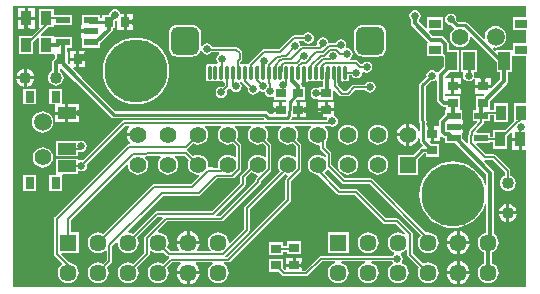
<source format=gtl>
%FSLAX25Y25*%
%MOIN*%
G70*
G01*
G75*
G04 Layer_Physical_Order=1*
G04 Layer_Color=255*
%ADD10R,0.03347X0.03150*%
%ADD11R,0.03150X0.03347*%
%ADD12R,0.03937X0.03150*%
%ADD13R,0.03937X0.05906*%
%ADD14R,0.03150X0.03937*%
%ADD15R,0.05906X0.03937*%
%ADD16R,0.04528X0.02362*%
G04:AMPARAMS|DCode=17|XSize=11.81mil|YSize=47.24mil|CornerRadius=2.95mil|HoleSize=0mil|Usage=FLASHONLY|Rotation=180.000|XOffset=0mil|YOffset=0mil|HoleType=Round|Shape=RoundedRectangle|*
%AMROUNDEDRECTD17*
21,1,0.01181,0.04134,0,0,180.0*
21,1,0.00591,0.04724,0,0,180.0*
1,1,0.00591,-0.00295,0.02067*
1,1,0.00591,0.00295,0.02067*
1,1,0.00591,0.00295,-0.02067*
1,1,0.00591,-0.00295,-0.02067*
%
%ADD17ROUNDEDRECTD17*%
G04:AMPARAMS|DCode=18|XSize=94.49mil|YSize=94.49mil|CornerRadius=23.62mil|HoleSize=0mil|Usage=FLASHONLY|Rotation=180.000|XOffset=0mil|YOffset=0mil|HoleType=Round|Shape=RoundedRectangle|*
%AMROUNDEDRECTD18*
21,1,0.09449,0.04724,0,0,180.0*
21,1,0.04724,0.09449,0,0,180.0*
1,1,0.04724,-0.02362,0.02362*
1,1,0.04724,0.02362,0.02362*
1,1,0.04724,0.02362,-0.02362*
1,1,0.04724,-0.02362,-0.02362*
%
%ADD18ROUNDEDRECTD18*%
%ADD19R,0.03543X0.04921*%
%ADD20C,0.00600*%
%ADD21C,0.01000*%
%ADD22C,0.01400*%
%ADD23C,0.05500*%
%ADD24R,0.05500X0.05500*%
%ADD25R,0.05700X0.05700*%
%ADD26C,0.05700*%
%ADD27C,0.05512*%
%ADD28C,0.05906*%
%ADD29C,0.21000*%
%ADD30C,0.04000*%
%ADD31C,0.02500*%
%ADD32C,0.02700*%
G36*
X156774Y20106D02*
X152571D01*
Y15756D01*
X156774D01*
Y11444D01*
X152571D01*
Y9082D01*
X152149D01*
Y9082D01*
X147012D01*
X147012Y9082D01*
Y9082D01*
X146594Y8909D01*
X145856Y9647D01*
X146077Y10095D01*
X146675Y10017D01*
X147602Y10139D01*
X148467Y10497D01*
X149209Y11066D01*
X149778Y11808D01*
X150136Y12673D01*
X150258Y13600D01*
X150136Y14527D01*
X149778Y15392D01*
X149209Y16134D01*
X148467Y16703D01*
X147602Y17061D01*
X146675Y17183D01*
X145747Y17061D01*
X144883Y16703D01*
X144141Y16134D01*
X143571Y15392D01*
X143213Y14527D01*
X143091Y13600D01*
X143170Y13002D01*
X142722Y12781D01*
X137254Y18249D01*
X136890Y18492D01*
X136461Y18577D01*
X136461Y18577D01*
X134078D01*
X133506Y19150D01*
X133555Y19400D01*
X133412Y20122D01*
X133003Y20734D01*
X132391Y21143D01*
X131669Y21286D01*
X130947Y21143D01*
X130335Y20734D01*
X129927Y20122D01*
X129783Y19400D01*
X129927Y18678D01*
X130335Y18066D01*
X130947Y17657D01*
X131669Y17514D01*
X131920Y17564D01*
X132779Y16704D01*
X132746Y16205D01*
X132470Y15993D01*
X131932Y15292D01*
X131594Y14476D01*
X131479Y13600D01*
X131594Y12724D01*
X131932Y11908D01*
X132470Y11207D01*
X133171Y10669D01*
X133988Y10330D01*
X134864Y10215D01*
X135740Y10330D01*
X136556Y10669D01*
X137257Y11207D01*
X137795Y11908D01*
X138133Y12724D01*
X138231Y13466D01*
X138704Y13626D01*
X147012Y5319D01*
Y1976D01*
X148255D01*
Y-522D01*
X145490Y-3287D01*
X145485Y-3285D01*
X139682D01*
Y-5359D01*
X142764D01*
X142908Y-5706D01*
X142630Y-6122D01*
X140082D01*
Y-10471D01*
X140082D01*
Y-10525D01*
X139728Y-10879D01*
X139032D01*
Y-14441D01*
X140399D01*
X140590Y-14903D01*
X138083Y-17410D01*
X137884Y-17708D01*
X137814Y-18059D01*
Y-18620D01*
X137683Y-18751D01*
X137484Y-19049D01*
X137414Y-19400D01*
Y-21717D01*
X136952Y-21908D01*
X135507Y-20463D01*
Y-18581D01*
X135907D01*
Y-16900D01*
X132643D01*
Y-15900D01*
X135907D01*
Y-14219D01*
X135507D01*
Y-10879D01*
X134643D01*
Y-10471D01*
X134643D01*
Y-6122D01*
X130096D01*
Y-6122D01*
X130029D01*
X129676Y-5768D01*
Y-5359D01*
X129676D01*
X129696D01*
X130029Y-5359D01*
X130029Y-5359D01*
Y-5359D01*
X131869D01*
Y-2785D01*
Y-210D01*
X130029D01*
X130029Y-210D01*
Y-210D01*
X129887Y-210D01*
X129696Y252D01*
X131420Y1976D01*
X134432D01*
Y9082D01*
X130993D01*
Y11383D01*
X130892Y11890D01*
X130605Y12320D01*
X129288Y13637D01*
X128858Y13925D01*
X128350Y14026D01*
X125818D01*
X124550Y15294D01*
X124741Y15756D01*
X128968D01*
Y20106D01*
X123831D01*
Y16666D01*
X123369Y16475D01*
X121095Y18749D01*
Y19361D01*
X121103Y19366D01*
X121512Y19978D01*
X121655Y20700D01*
X121512Y21422D01*
X121103Y22034D01*
X120491Y22443D01*
X119769Y22586D01*
X119047Y22443D01*
X118436Y22034D01*
X118027Y21422D01*
X117883Y20700D01*
X118027Y19978D01*
X118436Y19366D01*
X118444Y19361D01*
Y18200D01*
X118545Y17693D01*
X118832Y17263D01*
X124189Y11906D01*
X123997Y11444D01*
X123831D01*
Y7095D01*
X128968D01*
X128968Y7095D01*
Y7095D01*
X128991Y7104D01*
X129295Y6799D01*
Y3601D01*
X127452Y1758D01*
X126955Y1807D01*
X126803Y2034D01*
X126191Y2443D01*
X125469Y2586D01*
X124748Y2443D01*
X124135Y2034D01*
X123727Y1422D01*
X123583Y700D01*
X123633Y450D01*
X121439Y-1744D01*
X121196Y-2108D01*
X121111Y-2537D01*
X121111Y-2537D01*
Y-14259D01*
X121111Y-14259D01*
X121196Y-14689D01*
X121398Y-14990D01*
Y-17645D01*
X120907Y-17742D01*
X120645Y-17109D01*
X120044Y-16326D01*
X119261Y-15724D01*
X118348Y-15347D01*
X117869Y-15283D01*
Y-19000D01*
Y-22716D01*
X118348Y-22654D01*
X119261Y-22276D01*
X120044Y-21675D01*
X120645Y-20891D01*
X120907Y-20258D01*
X121398Y-20355D01*
Y-21023D01*
X121398Y-21023D01*
X121483Y-21452D01*
X121726Y-21816D01*
X122463Y-22554D01*
X122272Y-23016D01*
X122232D01*
X122232Y-23016D01*
X121803Y-23101D01*
X121439Y-23344D01*
X121439Y-23344D01*
X119133Y-25650D01*
X114019D01*
Y-32350D01*
X120719D01*
Y-27236D01*
X122697Y-25259D01*
X123296D01*
Y-26312D01*
X127842D01*
Y-21962D01*
X125070D01*
X124792Y-21546D01*
X124935Y-21200D01*
X125069D01*
Y-18625D01*
Y-16050D01*
X123641D01*
Y-14547D01*
X123556Y-14117D01*
X123354Y-13815D01*
Y-3002D01*
X125219Y-1136D01*
X125469Y-1186D01*
X126191Y-1043D01*
X126584Y-780D01*
X127025Y-1016D01*
Y-7300D01*
X127126Y-7807D01*
X127413Y-8237D01*
X127413Y-8237D01*
X127413Y-8237D01*
X128410Y-9234D01*
X128840Y-9521D01*
X129347Y-9622D01*
X130096D01*
Y-10471D01*
X130096D01*
Y-10562D01*
X129780Y-10879D01*
X129780D01*
Y-12106D01*
X128142Y-13743D01*
X127855Y-14173D01*
X127754Y-14680D01*
Y-16050D01*
X126069D01*
Y-18625D01*
Y-21200D01*
X128243D01*
Y-19810D01*
X128705Y-19619D01*
X128904Y-19818D01*
X129334Y-20106D01*
X129780Y-20194D01*
Y-21921D01*
X133216D01*
X143544Y-32249D01*
Y-35870D01*
X143047Y-35928D01*
X142959Y-35559D01*
X142290Y-33945D01*
X141377Y-32455D01*
X140242Y-31127D01*
X138914Y-29992D01*
X137424Y-29079D01*
X135810Y-28411D01*
X134111Y-28003D01*
X132369Y-27866D01*
X130628Y-28003D01*
X128929Y-28411D01*
X127314Y-29079D01*
X125825Y-29992D01*
X124496Y-31127D01*
X123361Y-32455D01*
X122449Y-33945D01*
X121780Y-35559D01*
X121372Y-37258D01*
X121235Y-39000D01*
X121372Y-40742D01*
X121780Y-42441D01*
X122449Y-44055D01*
X123361Y-45545D01*
X124496Y-46873D01*
X125825Y-48008D01*
X127314Y-48921D01*
X128929Y-49589D01*
X130628Y-49997D01*
X132369Y-50134D01*
X134111Y-49997D01*
X135810Y-49589D01*
X137424Y-48921D01*
X138914Y-48008D01*
X140242Y-46873D01*
X141377Y-45545D01*
X142290Y-44055D01*
X142959Y-42441D01*
X143047Y-42072D01*
X143544Y-42130D01*
Y-51603D01*
X143269Y-51639D01*
X142429Y-51986D01*
X141709Y-52539D01*
X141156Y-53260D01*
X140808Y-54099D01*
X140690Y-55000D01*
X140808Y-55901D01*
X141156Y-56740D01*
X141709Y-57461D01*
X142429Y-58014D01*
X142844Y-58185D01*
Y-61815D01*
X142429Y-61986D01*
X141709Y-62539D01*
X141156Y-63260D01*
X140808Y-64099D01*
X140690Y-65000D01*
X140808Y-65901D01*
X141156Y-66740D01*
X141709Y-67461D01*
X142429Y-68014D01*
X143269Y-68361D01*
X144169Y-68480D01*
X145070Y-68361D01*
X145909Y-68014D01*
X146630Y-67461D01*
X147183Y-66740D01*
X147530Y-65901D01*
X147649Y-65000D01*
X147530Y-64099D01*
X147183Y-63260D01*
X146630Y-62539D01*
X145909Y-61986D01*
X145495Y-61815D01*
Y-58185D01*
X145909Y-58014D01*
X146630Y-57461D01*
X147183Y-56740D01*
X147530Y-55901D01*
X147649Y-55000D01*
X147530Y-54099D01*
X147183Y-53260D01*
X146630Y-52539D01*
X146195Y-52206D01*
Y-31700D01*
X146094Y-31193D01*
X145807Y-30763D01*
X142923Y-27880D01*
X143115Y-27418D01*
X145737D01*
X149764Y-31445D01*
Y-32666D01*
X149371Y-32829D01*
X148828Y-33246D01*
X148411Y-33789D01*
X148149Y-34421D01*
X148059Y-35100D01*
X148149Y-35779D01*
X148411Y-36411D01*
X148828Y-36954D01*
X149371Y-37371D01*
X150003Y-37633D01*
X150682Y-37722D01*
X151361Y-37633D01*
X151993Y-37371D01*
X152536Y-36954D01*
X152953Y-36411D01*
X153215Y-35779D01*
X153304Y-35100D01*
X153215Y-34421D01*
X152953Y-33789D01*
X152536Y-33246D01*
X151993Y-32829D01*
X151600Y-32666D01*
Y-31265D01*
X151580Y-31165D01*
X151600Y-31065D01*
X151530Y-30714D01*
X151331Y-30416D01*
X146766Y-25851D01*
X146468Y-25652D01*
X146117Y-25582D01*
X143352D01*
X140153Y-22383D01*
X140344Y-21921D01*
X144759D01*
Y-21518D01*
X145751D01*
Y-23661D01*
X150495D01*
Y-19471D01*
X151582Y-18383D01*
X152044Y-18575D01*
Y-20100D01*
X154816D01*
Y-20600D01*
X155316D01*
Y-24061D01*
X156774D01*
Y-69774D01*
X-14274D01*
Y23774D01*
X156774D01*
Y20106D01*
D02*
G37*
G36*
Y-8599D02*
X152644D01*
Y-14720D01*
X152644Y-14720D01*
X152644D01*
X152646Y-14724D01*
X149831Y-17539D01*
X145751D01*
Y-19682D01*
X144759D01*
Y-18359D01*
X140383D01*
X140191Y-17897D01*
X142544Y-15544D01*
X142743Y-15246D01*
X142813Y-14895D01*
X142813Y-14895D01*
X142813Y-14895D01*
Y-14895D01*
Y-14441D01*
X144759D01*
Y-12577D01*
X145951D01*
Y-14720D01*
X150695D01*
Y-8599D01*
X145951D01*
Y-10742D01*
X144628D01*
Y-10471D01*
X144628D01*
Y-7898D01*
X150518Y-2008D01*
X150805Y-1578D01*
X150906Y-1071D01*
X150906Y-1071D01*
X150906Y-1071D01*
Y-1071D01*
Y1976D01*
X152149D01*
Y7095D01*
X152571D01*
Y7095D01*
X156774D01*
Y-8599D01*
D02*
G37*
%LPC*%
G36*
X97369Y-25621D02*
X96495Y-25736D01*
X95680Y-26074D01*
X94980Y-26611D01*
X94443Y-27310D01*
X94105Y-28126D01*
X93990Y-29000D01*
X94105Y-29875D01*
X94443Y-30689D01*
X94980Y-31389D01*
X95680Y-31926D01*
X96495Y-32264D01*
X97369Y-32379D01*
X98244Y-32264D01*
X99059Y-31926D01*
X99758Y-31389D01*
X100295Y-30689D01*
X100633Y-29875D01*
X100748Y-29000D01*
X100633Y-28126D01*
X100295Y-27310D01*
X99758Y-26611D01*
X99059Y-26074D01*
X98244Y-25736D01*
X97369Y-25621D01*
D02*
G37*
G36*
X107369D02*
X106495Y-25736D01*
X105680Y-26074D01*
X104980Y-26611D01*
X104443Y-27310D01*
X104105Y-28126D01*
X103990Y-29000D01*
X104105Y-29875D01*
X104443Y-30689D01*
X104980Y-31389D01*
X105680Y-31926D01*
X106495Y-32264D01*
X107369Y-32379D01*
X108244Y-32264D01*
X109059Y-31926D01*
X109758Y-31389D01*
X110295Y-30689D01*
X110633Y-29875D01*
X110748Y-29000D01*
X110633Y-28126D01*
X110295Y-27310D01*
X109758Y-26611D01*
X109059Y-26074D01*
X108244Y-25736D01*
X107369Y-25621D01*
D02*
G37*
G36*
X-4331Y-23221D02*
X-5207Y-23336D01*
X-6023Y-23674D01*
X-6724Y-24212D01*
X-7262Y-24913D01*
X-7600Y-25729D01*
X-7716Y-26605D01*
X-7600Y-27482D01*
X-7262Y-28298D01*
X-6724Y-28999D01*
X-6023Y-29537D01*
X-5207Y-29875D01*
X-4331Y-29990D01*
X-3455Y-29875D01*
X-2638Y-29537D01*
X-1937Y-28999D01*
X-1399Y-28298D01*
X-1061Y-27482D01*
X-946Y-26605D01*
X-1061Y-25729D01*
X-1399Y-24913D01*
X-1937Y-24212D01*
X-2638Y-23674D01*
X-3455Y-23336D01*
X-4331Y-23221D01*
D02*
G37*
G36*
X-6487Y-32502D02*
X-10836D01*
Y-37639D01*
X-6487D01*
Y-32502D01*
D02*
G37*
G36*
X153642Y-45600D02*
X151182D01*
Y-48060D01*
X151465Y-48023D01*
X152195Y-47721D01*
X152822Y-47240D01*
X153302Y-46613D01*
X153605Y-45883D01*
X153642Y-45600D01*
D02*
G37*
G36*
X150182Y-42140D02*
X149899Y-42177D01*
X149169Y-42480D01*
X148542Y-42960D01*
X148061Y-43587D01*
X147759Y-44317D01*
X147722Y-44600D01*
X150182D01*
Y-42140D01*
D02*
G37*
G36*
X151182D02*
Y-44600D01*
X153642D01*
X153605Y-44317D01*
X153302Y-43587D01*
X152822Y-42960D01*
X152195Y-42480D01*
X151465Y-42177D01*
X151182Y-42140D01*
D02*
G37*
G36*
X107369Y-15621D02*
X106495Y-15736D01*
X105680Y-16074D01*
X104980Y-16611D01*
X104443Y-17311D01*
X104105Y-18125D01*
X103990Y-19000D01*
X104105Y-19874D01*
X104443Y-20689D01*
X104980Y-21389D01*
X105680Y-21926D01*
X106495Y-22264D01*
X107369Y-22379D01*
X108244Y-22264D01*
X109059Y-21926D01*
X109758Y-21389D01*
X110295Y-20689D01*
X110633Y-19874D01*
X110748Y-19000D01*
X110633Y-18125D01*
X110295Y-17311D01*
X109758Y-16611D01*
X109059Y-16074D01*
X108244Y-15736D01*
X107369Y-15621D01*
D02*
G37*
G36*
X8469Y-21014D02*
X7747Y-21157D01*
X7567Y-21278D01*
X7293Y-21132D01*
Y-21132D01*
X7293Y-21132D01*
X187D01*
Y-26269D01*
X7293D01*
Y-24869D01*
X7734Y-24634D01*
X7747Y-24643D01*
X8469Y-24786D01*
X9191Y-24643D01*
X9803Y-24234D01*
X10212Y-23622D01*
X10356Y-22900D01*
X10212Y-22178D01*
X9803Y-21566D01*
X9191Y-21157D01*
X8469Y-21014D01*
D02*
G37*
G36*
X116869Y-15283D02*
X116390Y-15347D01*
X115478Y-15724D01*
X114695Y-16326D01*
X114094Y-17109D01*
X113716Y-18021D01*
X113653Y-18500D01*
X116869D01*
Y-15283D01*
D02*
G37*
G36*
X97369Y-15621D02*
X96495Y-15736D01*
X95680Y-16074D01*
X94980Y-16611D01*
X94443Y-17311D01*
X94105Y-18125D01*
X93990Y-19000D01*
X94105Y-19874D01*
X94443Y-20689D01*
X94980Y-21389D01*
X95680Y-21926D01*
X96495Y-22264D01*
X97369Y-22379D01*
X98244Y-22264D01*
X99059Y-21926D01*
X99758Y-21389D01*
X100295Y-20689D01*
X100633Y-19874D01*
X100748Y-19000D01*
X100633Y-18125D01*
X100295Y-17311D01*
X99758Y-16611D01*
X99059Y-16074D01*
X98244Y-15736D01*
X97369Y-15621D01*
D02*
G37*
G36*
X154316Y-21100D02*
X152044D01*
Y-24061D01*
X154316D01*
Y-21100D01*
D02*
G37*
G36*
X-4331Y-11211D02*
X-5258Y-11333D01*
X-6122Y-11691D01*
X-6865Y-12261D01*
X-7434Y-13003D01*
X-7792Y-13867D01*
X-7914Y-14795D01*
X-7792Y-15722D01*
X-7434Y-16586D01*
X-6865Y-17328D01*
X-6122Y-17898D01*
X-5258Y-18256D01*
X-4331Y-18378D01*
X-3403Y-18256D01*
X-2539Y-17898D01*
X-1797Y-17328D01*
X-1227Y-16586D01*
X-869Y-15722D01*
X-747Y-14795D01*
X-869Y-13867D01*
X-1227Y-13003D01*
X-1797Y-12261D01*
X-2539Y-11691D01*
X-3403Y-11333D01*
X-4331Y-11211D01*
D02*
G37*
G36*
X116869Y-19500D02*
X113653D01*
X113716Y-19979D01*
X114094Y-20891D01*
X114695Y-21675D01*
X115478Y-22276D01*
X116390Y-22654D01*
X116869Y-22716D01*
Y-19500D01*
D02*
G37*
G36*
X150182Y-45600D02*
X147722D01*
X147759Y-45883D01*
X148061Y-46613D01*
X148542Y-47240D01*
X149169Y-47721D01*
X149899Y-48023D01*
X150182Y-48060D01*
Y-45600D01*
D02*
G37*
G36*
X133669Y-61183D02*
X133164Y-61249D01*
X132228Y-61637D01*
X131423Y-62254D01*
X130806Y-63058D01*
X130418Y-63995D01*
X130352Y-64500D01*
X133669D01*
Y-61183D01*
D02*
G37*
G36*
X134669D02*
Y-64500D01*
X137987D01*
X137920Y-63995D01*
X137532Y-63058D01*
X136915Y-62254D01*
X136111Y-61637D01*
X135174Y-61249D01*
X134669Y-61183D01*
D02*
G37*
G36*
X78964Y-59978D02*
X76790D01*
Y-62053D01*
X78964D01*
Y-59978D01*
D02*
G37*
G36*
X137987Y-65500D02*
X134669D01*
Y-68817D01*
X135174Y-68751D01*
X136111Y-68363D01*
X136915Y-67746D01*
X137532Y-66942D01*
X137920Y-66005D01*
X137987Y-65500D01*
D02*
G37*
G36*
X43669D02*
X40352D01*
X40418Y-66005D01*
X40806Y-66942D01*
X41423Y-67746D01*
X42228Y-68363D01*
X43164Y-68751D01*
X43669Y-68817D01*
Y-65500D01*
D02*
G37*
G36*
X47987D02*
X44669D01*
Y-68817D01*
X45174Y-68751D01*
X46111Y-68363D01*
X46915Y-67746D01*
X47532Y-66942D01*
X47920Y-66005D01*
X47987Y-65500D01*
D02*
G37*
G36*
X133669D02*
X130352D01*
X130418Y-66005D01*
X130806Y-66942D01*
X131423Y-67746D01*
X132228Y-68363D01*
X133164Y-68751D01*
X133669Y-68817D01*
Y-65500D01*
D02*
G37*
G36*
X82137Y-59978D02*
X79964D01*
Y-62053D01*
X82137D01*
Y-59978D01*
D02*
G37*
G36*
X81737Y-54472D02*
X77191D01*
Y-56126D01*
X75798D01*
Y-54869D01*
X71252D01*
Y-59219D01*
X75798D01*
Y-57962D01*
X77191D01*
Y-58822D01*
X81737D01*
Y-54472D01*
D02*
G37*
G36*
X133669Y-51183D02*
X133164Y-51249D01*
X132228Y-51637D01*
X131423Y-52254D01*
X130806Y-53058D01*
X130418Y-53995D01*
X130352Y-54500D01*
X133669D01*
Y-51183D01*
D02*
G37*
G36*
X134669D02*
Y-54500D01*
X137987D01*
X137920Y-53995D01*
X137532Y-53058D01*
X136915Y-52254D01*
X136111Y-51637D01*
X135174Y-51249D01*
X134669Y-51183D01*
D02*
G37*
G36*
X97619Y-51550D02*
X90719D01*
Y-58450D01*
X97619D01*
Y-51550D01*
D02*
G37*
G36*
X133669Y-55500D02*
X130352D01*
X130418Y-56005D01*
X130806Y-56942D01*
X131423Y-57746D01*
X132228Y-58363D01*
X133164Y-58751D01*
X133669Y-58817D01*
Y-55500D01*
D02*
G37*
G36*
X137987D02*
X134669D01*
Y-58817D01*
X135174Y-58751D01*
X136111Y-58363D01*
X136915Y-57746D01*
X137532Y-56942D01*
X137920Y-56005D01*
X137987Y-55500D01*
D02*
G37*
G36*
X104169Y-51520D02*
X103269Y-51639D01*
X102429Y-51986D01*
X101709Y-52539D01*
X101156Y-53260D01*
X100808Y-54099D01*
X100689Y-55000D01*
X100808Y-55901D01*
X101156Y-56740D01*
X101709Y-57461D01*
X102429Y-58014D01*
X103269Y-58361D01*
X104169Y-58480D01*
X105070Y-58361D01*
X105909Y-58014D01*
X106630Y-57461D01*
X107183Y-56740D01*
X107530Y-55901D01*
X107649Y-55000D01*
X107530Y-54099D01*
X107183Y-53260D01*
X106630Y-52539D01*
X105909Y-51986D01*
X105070Y-51639D01*
X104169Y-51520D01*
D02*
G37*
G36*
X3240Y-12389D02*
X-213D01*
Y-14857D01*
X3240D01*
Y-12389D01*
D02*
G37*
G36*
X-713Y22861D02*
X-5456D01*
Y16739D01*
X-5456Y16739D01*
X-5456D01*
X-5362Y16513D01*
X-8014Y13861D01*
X-12149D01*
Y7739D01*
X-7406D01*
Y11874D01*
X-5918Y13362D01*
X-5456Y13170D01*
Y7739D01*
X-713D01*
D01*
X-713D01*
X-380Y7407D01*
Y6581D01*
X-937Y6024D01*
X-1225Y5594D01*
X-1326Y5087D01*
Y2260D01*
X-1854Y1854D01*
X-2271Y1311D01*
X-2533Y679D01*
X-2622Y0D01*
X-2533Y-679D01*
X-2271Y-1311D01*
X-1854Y-1854D01*
X-1311Y-2271D01*
X-679Y-2533D01*
X0Y-2622D01*
X679Y-2533D01*
X1311Y-2271D01*
X1854Y-1854D01*
X2271Y-1311D01*
X2533Y-679D01*
X2622Y0D01*
X2533Y679D01*
X2271Y1311D01*
X1854Y1854D01*
X1326Y2260D01*
Y3176D01*
X1787Y3367D01*
X6462Y-1307D01*
X6892Y-1595D01*
X7074Y-1631D01*
X18536Y-13093D01*
X18536Y-13093D01*
X18900Y-13336D01*
X19329Y-13422D01*
X19329Y-13421D01*
X69325D01*
X69603Y-13837D01*
X69469Y-14162D01*
X22790D01*
X22438Y-14232D01*
X22141Y-14431D01*
X9060Y-27511D01*
X8569Y-27414D01*
X7847Y-27557D01*
X7734Y-27633D01*
X7293Y-27398D01*
Y-27037D01*
X187D01*
Y-32148D01*
X187Y-32148D01*
X187D01*
X187Y-32174D01*
X-140Y-32502D01*
X-2175D01*
Y-37639D01*
X2175D01*
Y-32528D01*
X2175Y-32528D01*
D01*
D01*
X2175Y-32502D01*
D01*
X2502Y-32174D01*
X7293D01*
Y-31203D01*
X7734Y-30967D01*
X7847Y-31043D01*
X8569Y-31186D01*
X9291Y-31043D01*
X9903Y-30634D01*
X10312Y-30022D01*
X10456Y-29300D01*
X10358Y-28809D01*
X23170Y-15997D01*
X24381D01*
X24602Y-16446D01*
X24094Y-17109D01*
X23716Y-18021D01*
X23653Y-18500D01*
X27369D01*
Y-19500D01*
X23653D01*
X23716Y-19979D01*
X24094Y-20891D01*
X24664Y-21634D01*
X24442Y-22082D01*
X24369D01*
X24076Y-22141D01*
X24018Y-22152D01*
X23720Y-22351D01*
X-230Y-46301D01*
X-428Y-46599D01*
X-498Y-46950D01*
Y-58750D01*
X-428Y-59101D01*
X-230Y-59399D01*
X2121Y-61749D01*
X2088Y-62248D01*
X1709Y-62539D01*
X1156Y-63260D01*
X808Y-64099D01*
X690Y-65000D01*
X808Y-65901D01*
X1156Y-66740D01*
X1709Y-67461D01*
X2429Y-68014D01*
X3269Y-68361D01*
X4169Y-68480D01*
X5070Y-68361D01*
X5909Y-68014D01*
X6630Y-67461D01*
X7183Y-66740D01*
X7530Y-65901D01*
X7649Y-65000D01*
X7530Y-64099D01*
X7183Y-63260D01*
X6630Y-62539D01*
X5909Y-61986D01*
X5070Y-61639D01*
X4535Y-61568D01*
X1879Y-58912D01*
X2070Y-58450D01*
X7619D01*
Y-51550D01*
X5087D01*
Y-47418D01*
X23534Y-28971D01*
X24008Y-29132D01*
X24105Y-29875D01*
X24443Y-30689D01*
X24980Y-31389D01*
X25680Y-31926D01*
X26495Y-32264D01*
X27369Y-32379D01*
X28244Y-32264D01*
X29059Y-31926D01*
X29759Y-31389D01*
X30296Y-30689D01*
X30633Y-29875D01*
X30748Y-29000D01*
X30633Y-28126D01*
X30296Y-27310D01*
X29839Y-26716D01*
X30060Y-26268D01*
X30231D01*
X30582Y-26198D01*
X30684Y-26130D01*
X34829D01*
X34990Y-26603D01*
X34980Y-26611D01*
X34443Y-27310D01*
X34106Y-28126D01*
X33990Y-29000D01*
X34106Y-29875D01*
X34443Y-30689D01*
X34980Y-31389D01*
X35680Y-31926D01*
X36495Y-32264D01*
X37369Y-32379D01*
X38244Y-32264D01*
X39059Y-31926D01*
X39759Y-31389D01*
X40295Y-30689D01*
X40633Y-29875D01*
X40748Y-29000D01*
X40633Y-28126D01*
X40295Y-27310D01*
X39759Y-26611D01*
X39749Y-26603D01*
X39909Y-26130D01*
X43201D01*
X44425Y-27354D01*
X44105Y-28126D01*
X43990Y-29000D01*
X44105Y-29875D01*
X44443Y-30689D01*
X44980Y-31389D01*
X45680Y-31926D01*
X46495Y-32264D01*
X47369Y-32379D01*
X47625Y-32345D01*
X47846Y-32794D01*
X45208Y-35432D01*
X32819D01*
X32526Y-35491D01*
X32468Y-35502D01*
X32170Y-35701D01*
X15892Y-51979D01*
X15070Y-51639D01*
X14169Y-51520D01*
X13269Y-51639D01*
X12429Y-51986D01*
X11709Y-52539D01*
X11156Y-53260D01*
X10808Y-54099D01*
X10689Y-55000D01*
X10808Y-55901D01*
X11156Y-56740D01*
X11709Y-57461D01*
X12429Y-58014D01*
X13269Y-58361D01*
X14169Y-58480D01*
X15070Y-58361D01*
X15909Y-58014D01*
X16553Y-57519D01*
X17002Y-57740D01*
Y-60870D01*
X15892Y-61979D01*
X15070Y-61639D01*
X14169Y-61520D01*
X13269Y-61639D01*
X12429Y-61986D01*
X11709Y-62539D01*
X11156Y-63260D01*
X10808Y-64099D01*
X10689Y-65000D01*
X10808Y-65901D01*
X11156Y-66740D01*
X11709Y-67461D01*
X12429Y-68014D01*
X13269Y-68361D01*
X14169Y-68480D01*
X15070Y-68361D01*
X15909Y-68014D01*
X16630Y-67461D01*
X17183Y-66740D01*
X17530Y-65901D01*
X17649Y-65000D01*
X17530Y-64099D01*
X17190Y-63277D01*
X18568Y-61899D01*
X18767Y-61601D01*
X18837Y-61250D01*
Y-56193D01*
X20248Y-54782D01*
X20689Y-55000D01*
X20808Y-55901D01*
X21156Y-56740D01*
X21709Y-57461D01*
X22429Y-58014D01*
X23269Y-58361D01*
X24169Y-58480D01*
X25070Y-58361D01*
X25909Y-58014D01*
X26630Y-57461D01*
X27183Y-56740D01*
X27531Y-55901D01*
X27649Y-55000D01*
X27531Y-54099D01*
X27190Y-53277D01*
X34149Y-46318D01*
X35597D01*
X35789Y-46780D01*
X29770Y-52798D01*
X29572Y-53096D01*
X29502Y-53447D01*
Y-58370D01*
X25892Y-61979D01*
X25070Y-61639D01*
X24169Y-61520D01*
X23269Y-61639D01*
X22429Y-61986D01*
X21709Y-62539D01*
X21156Y-63260D01*
X20808Y-64099D01*
X20689Y-65000D01*
X20808Y-65901D01*
X21156Y-66740D01*
X21709Y-67461D01*
X22429Y-68014D01*
X23269Y-68361D01*
X24169Y-68480D01*
X25070Y-68361D01*
X25909Y-68014D01*
X26630Y-67461D01*
X27183Y-66740D01*
X27531Y-65901D01*
X27649Y-65000D01*
X27531Y-64099D01*
X27190Y-63277D01*
X31068Y-59399D01*
X31267Y-59101D01*
X31279Y-59043D01*
X31337Y-58750D01*
Y-57740D01*
X31785Y-57519D01*
X32429Y-58014D01*
X33269Y-58361D01*
X34169Y-58480D01*
X35070Y-58361D01*
X35892Y-58021D01*
X37270Y-59399D01*
X37568Y-59598D01*
X37637Y-59611D01*
X37782Y-60090D01*
X35892Y-61979D01*
X35070Y-61639D01*
X34169Y-61520D01*
X33269Y-61639D01*
X32429Y-61986D01*
X31709Y-62539D01*
X31156Y-63260D01*
X30808Y-64099D01*
X30689Y-65000D01*
X30808Y-65901D01*
X31156Y-66740D01*
X31709Y-67461D01*
X32429Y-68014D01*
X33269Y-68361D01*
X34169Y-68480D01*
X35070Y-68361D01*
X35909Y-68014D01*
X36630Y-67461D01*
X37183Y-66740D01*
X37530Y-65901D01*
X37649Y-65000D01*
X37530Y-64099D01*
X37190Y-63277D01*
X38853Y-61615D01*
X41479D01*
X41640Y-62088D01*
X41423Y-62254D01*
X40806Y-63058D01*
X40418Y-63995D01*
X40352Y-64500D01*
X47987D01*
X47920Y-63995D01*
X47532Y-63058D01*
X46915Y-62254D01*
X46699Y-62088D01*
X46859Y-61615D01*
X52136D01*
X52297Y-62088D01*
X51709Y-62539D01*
X51156Y-63260D01*
X50808Y-64099D01*
X50690Y-65000D01*
X50808Y-65901D01*
X51156Y-66740D01*
X51709Y-67461D01*
X52429Y-68014D01*
X53269Y-68361D01*
X54169Y-68480D01*
X55070Y-68361D01*
X55909Y-68014D01*
X56630Y-67461D01*
X57183Y-66740D01*
X57530Y-65901D01*
X57649Y-65000D01*
X57530Y-64099D01*
X57183Y-63260D01*
X56630Y-62539D01*
X56042Y-62088D01*
X56202Y-61615D01*
X57564D01*
X57915Y-61545D01*
X58213Y-61346D01*
X78118Y-41440D01*
X78317Y-41142D01*
X78387Y-40791D01*
X78387Y-40791D01*
X78387Y-40791D01*
Y-40791D01*
Y-34442D01*
X81668Y-31161D01*
X81867Y-30863D01*
X81937Y-30512D01*
X81937Y-30512D01*
X81937Y-30512D01*
Y-30512D01*
Y-22650D01*
X81867Y-22299D01*
X81668Y-22001D01*
X80313Y-20646D01*
X80633Y-19874D01*
X80748Y-19000D01*
X80633Y-18125D01*
X80295Y-17311D01*
X79759Y-16611D01*
X79576Y-16471D01*
X79737Y-15997D01*
X85002D01*
X85162Y-16471D01*
X84980Y-16611D01*
X84443Y-17311D01*
X84105Y-18125D01*
X83990Y-19000D01*
X84105Y-19874D01*
X84443Y-20689D01*
X84980Y-21389D01*
X85680Y-21926D01*
X86495Y-22264D01*
X87369Y-22379D01*
X87776Y-22325D01*
X88152Y-22655D01*
Y-23588D01*
X88152Y-23588D01*
X88152D01*
X88222Y-23939D01*
X88420Y-24237D01*
X90060Y-25876D01*
X89978Y-26370D01*
X89653Y-26530D01*
X89059Y-26074D01*
X88244Y-25736D01*
X87369Y-25621D01*
X86495Y-25736D01*
X85680Y-26074D01*
X84980Y-26611D01*
X84443Y-27310D01*
X84105Y-28126D01*
X83990Y-29000D01*
X84105Y-29875D01*
X84443Y-30689D01*
X84980Y-31389D01*
X85680Y-31926D01*
X86495Y-32264D01*
X87369Y-32379D01*
X87529Y-32358D01*
X93920Y-38749D01*
X94218Y-38948D01*
X94569Y-39018D01*
X99722D01*
X109201Y-48497D01*
X109498Y-48696D01*
X109557Y-48707D01*
X109850Y-48765D01*
X113437D01*
X116425Y-51753D01*
X116095Y-52129D01*
X115909Y-51986D01*
X115070Y-51639D01*
X114169Y-51520D01*
X113269Y-51639D01*
X112429Y-51986D01*
X111709Y-52539D01*
X111156Y-53260D01*
X110808Y-54099D01*
X110689Y-55000D01*
X110808Y-55901D01*
X111156Y-56740D01*
X111709Y-57461D01*
X112429Y-58014D01*
X112842Y-58185D01*
X112891Y-58682D01*
X112466Y-58966D01*
X112188Y-59382D01*
X88500D01*
X88149Y-59452D01*
X87851Y-59651D01*
X83220Y-64282D01*
X82137D01*
Y-63053D01*
X76790D01*
Y-63871D01*
X76329Y-64062D01*
X75798Y-63531D01*
Y-60381D01*
X71252D01*
Y-64731D01*
X74402D01*
X75520Y-65849D01*
X75818Y-66048D01*
X76169Y-66118D01*
X83600D01*
X83951Y-66048D01*
X84249Y-65849D01*
X88880Y-61218D01*
X93004D01*
X93102Y-61708D01*
X92429Y-61986D01*
X91709Y-62539D01*
X91156Y-63260D01*
X90808Y-64099D01*
X90689Y-65000D01*
X90808Y-65901D01*
X91156Y-66740D01*
X91709Y-67461D01*
X92429Y-68014D01*
X93269Y-68361D01*
X94169Y-68480D01*
X95070Y-68361D01*
X95909Y-68014D01*
X96630Y-67461D01*
X97183Y-66740D01*
X97531Y-65901D01*
X97649Y-65000D01*
X97531Y-64099D01*
X97183Y-63260D01*
X96630Y-62539D01*
X95909Y-61986D01*
X95237Y-61708D01*
X95335Y-61218D01*
X103004D01*
X103102Y-61708D01*
X102429Y-61986D01*
X101709Y-62539D01*
X101156Y-63260D01*
X100808Y-64099D01*
X100689Y-65000D01*
X100808Y-65901D01*
X101156Y-66740D01*
X101709Y-67461D01*
X102429Y-68014D01*
X103269Y-68361D01*
X104169Y-68480D01*
X105070Y-68361D01*
X105909Y-68014D01*
X106630Y-67461D01*
X107183Y-66740D01*
X107530Y-65901D01*
X107649Y-65000D01*
X107530Y-64099D01*
X107183Y-63260D01*
X106630Y-62539D01*
X105909Y-61986D01*
X105237Y-61708D01*
X105335Y-61218D01*
X112188D01*
X112466Y-61634D01*
X112432Y-61985D01*
X112429Y-61986D01*
X111709Y-62539D01*
X111156Y-63260D01*
X110808Y-64099D01*
X110689Y-65000D01*
X110808Y-65901D01*
X111156Y-66740D01*
X111709Y-67461D01*
X112429Y-68014D01*
X113269Y-68361D01*
X114169Y-68480D01*
X115070Y-68361D01*
X115909Y-68014D01*
X116630Y-67461D01*
X117183Y-66740D01*
X117531Y-65901D01*
X117649Y-65000D01*
X117531Y-64099D01*
X117183Y-63260D01*
X116630Y-62539D01*
X115909Y-61986D01*
X115481Y-61809D01*
X115336Y-61331D01*
X115543Y-61022D01*
X115686Y-60300D01*
X115543Y-59578D01*
X115134Y-58966D01*
X114984Y-58866D01*
X115045Y-58370D01*
X115070Y-58361D01*
X115070D01*
X115070Y-58361D01*
X115909Y-58014D01*
X116630Y-57461D01*
X116755Y-57298D01*
X117228Y-57459D01*
Y-58976D01*
X117298Y-59328D01*
X117497Y-59625D01*
X121149Y-63277D01*
X120808Y-64099D01*
X120689Y-65000D01*
X120808Y-65901D01*
X121156Y-66740D01*
X121709Y-67461D01*
X122429Y-68014D01*
X123269Y-68361D01*
X124169Y-68480D01*
X125070Y-68361D01*
X125909Y-68014D01*
X126630Y-67461D01*
X127183Y-66740D01*
X127531Y-65901D01*
X127649Y-65000D01*
X127531Y-64099D01*
X127183Y-63260D01*
X126630Y-62539D01*
X125909Y-61986D01*
X125070Y-61639D01*
X124169Y-61520D01*
X123269Y-61639D01*
X122446Y-61979D01*
X119063Y-58596D01*
Y-52176D01*
X118993Y-51825D01*
X118795Y-51528D01*
X114466Y-47199D01*
X114168Y-47000D01*
X113817Y-46930D01*
X110230D01*
X100751Y-37451D01*
X100453Y-37252D01*
X100102Y-37182D01*
X94949D01*
X89686Y-31919D01*
X89719Y-31420D01*
X89758Y-31389D01*
X90295Y-30689D01*
X90767Y-30596D01*
X95320Y-35149D01*
X95320D01*
X95320Y-35149D01*
X95320Y-35149D01*
Y-35149D01*
X95618Y-35348D01*
X95969Y-35418D01*
X104589D01*
X121709Y-52537D01*
X121709Y-52539D01*
X121156Y-53260D01*
X120808Y-54099D01*
X120689Y-55000D01*
X120808Y-55901D01*
X121156Y-56740D01*
X121709Y-57461D01*
X122429Y-58014D01*
X123269Y-58361D01*
X124169Y-58480D01*
X125070Y-58361D01*
X125909Y-58014D01*
X126630Y-57461D01*
X127183Y-56740D01*
X127531Y-55901D01*
X127649Y-55000D01*
X127531Y-54099D01*
X127183Y-53260D01*
X126630Y-52539D01*
X125909Y-51986D01*
X125070Y-51639D01*
X124169Y-51520D01*
X123390Y-51623D01*
X105618Y-33851D01*
X105321Y-33652D01*
X104969Y-33582D01*
X96349D01*
X91937Y-29170D01*
Y-25538D01*
X91867Y-25187D01*
X91668Y-24889D01*
X89987Y-23208D01*
Y-21200D01*
X89970Y-21114D01*
X90295Y-20689D01*
X90633Y-19874D01*
X90748Y-19000D01*
X90633Y-18125D01*
X90295Y-17311D01*
X89758Y-16611D01*
X89576Y-16471D01*
X89737Y-15997D01*
X91330D01*
X91548Y-16143D01*
X92269Y-16286D01*
X92991Y-16143D01*
X93603Y-15734D01*
X94012Y-15122D01*
X94156Y-14400D01*
X94012Y-13678D01*
X93603Y-13066D01*
X92991Y-12657D01*
X92843Y-12628D01*
Y-11200D01*
X87496D01*
Y-13275D01*
X90311D01*
X90527Y-13678D01*
X90430Y-14162D01*
X78650D01*
X78459Y-13700D01*
X78636Y-13523D01*
X78636Y-13523D01*
X78802Y-13275D01*
X80321D01*
Y-10700D01*
Y-8125D01*
X80124D01*
X79980Y-7779D01*
X80258Y-7363D01*
X83095D01*
Y-3013D01*
X82147D01*
Y-2918D01*
X82046Y-2411D01*
X81783Y-2017D01*
X82060Y-1601D01*
X82290Y-1647D01*
Y1700D01*
X83290D01*
Y-1647D01*
X83590Y-1587D01*
X84019Y-1301D01*
X84074Y-1218D01*
X84114Y-1210D01*
Y-1210D01*
X84114Y-1210D01*
X84463Y-1280D01*
X85053D01*
X85403Y-1210D01*
X85699Y-1012D01*
X85786D01*
X86082Y-1210D01*
X86431Y-1280D01*
X87022D01*
X87371Y-1210D01*
X87668Y-1012D01*
X87754D01*
X88051Y-1210D01*
X88400Y-1280D01*
X88990D01*
X89260Y-1501D01*
Y-3013D01*
X87896D01*
Y-3168D01*
X87510Y-3485D01*
X86869Y-3358D01*
X86147Y-3501D01*
X85536Y-3910D01*
X85127Y-4522D01*
X84983Y-5244D01*
X85127Y-5966D01*
X85536Y-6578D01*
X86147Y-6987D01*
X86869Y-7130D01*
X87510Y-7003D01*
X87896Y-7320D01*
Y-7363D01*
X92443D01*
Y-4165D01*
X92905Y-3973D01*
X94930Y-5999D01*
X94930D01*
X94930Y-5999D01*
X94930D01*
X94930Y-5999D01*
Y-5999D01*
X94930Y-5999D01*
Y-5999D01*
X95228Y-6198D01*
X95579Y-6268D01*
X97360D01*
X97711Y-6198D01*
X98009Y-5999D01*
X99890Y-4118D01*
X103157D01*
X103436Y-4534D01*
X104048Y-4943D01*
X104769Y-5086D01*
X105491Y-4943D01*
X106103Y-4534D01*
X106512Y-3922D01*
X106656Y-3200D01*
X106512Y-2478D01*
X106103Y-1866D01*
X105491Y-1457D01*
X104769Y-1314D01*
X104048Y-1457D01*
X103436Y-1866D01*
X103157Y-2282D01*
X99510D01*
X99159Y-2352D01*
X98861Y-2551D01*
X96980Y-4432D01*
X95959D01*
X93969Y-2442D01*
X93994Y-1943D01*
X94101Y-1855D01*
Y1700D01*
X95101D01*
Y-1647D01*
X95401Y-1587D01*
X95830Y-1301D01*
X95885Y-1218D01*
X95925Y-1210D01*
Y-1210D01*
X95925Y-1210D01*
X96274Y-1280D01*
X96865D01*
X97214Y-1210D01*
X97510Y-1012D01*
X97708Y-716D01*
X97777Y-367D01*
Y782D01*
X98658D01*
X98936Y366D01*
X99547Y-43D01*
X100269Y-186D01*
X100991Y-43D01*
X101603Y366D01*
X102012Y978D01*
X102155Y1700D01*
X102796Y1827D01*
X102932Y1736D01*
X103654Y1593D01*
X104375Y1736D01*
X104987Y2145D01*
X105396Y2757D01*
X105540Y3479D01*
X105396Y4201D01*
X104987Y4813D01*
X104375Y5222D01*
X103654Y5365D01*
X102932Y5222D01*
X102320Y4813D01*
X102227Y4675D01*
X101730Y4626D01*
X100744Y5611D01*
X100447Y5810D01*
X100096Y5880D01*
X98187D01*
X98042Y6358D01*
X98503Y6666D01*
X98912Y7278D01*
X99055Y8000D01*
X98912Y8722D01*
X98503Y9334D01*
X97891Y9743D01*
X97169Y9886D01*
X97154Y9883D01*
X96866Y10075D01*
X96720Y10221D01*
X96855Y10900D01*
X96712Y11622D01*
X96303Y12234D01*
X95691Y12643D01*
X94969Y12786D01*
X94248Y12643D01*
X93635Y12234D01*
X93227Y11622D01*
X93196Y11468D01*
X91082D01*
X90855Y11600D01*
X90712Y12322D01*
X90303Y12934D01*
X89691Y13343D01*
X88969Y13486D01*
X88248Y13343D01*
X87635Y12934D01*
X87227Y12322D01*
X87083Y11600D01*
X87189Y11066D01*
X86872Y10680D01*
X82191D01*
X81873Y10617D01*
X81457Y10894D01*
X81412Y11122D01*
X81003Y11734D01*
X80898Y11804D01*
X81043Y12282D01*
X82657D01*
X82936Y11866D01*
X83548Y11457D01*
X84269Y11314D01*
X84991Y11457D01*
X85603Y11866D01*
X86012Y12478D01*
X86155Y13200D01*
X86012Y13922D01*
X85603Y14534D01*
X84991Y14943D01*
X84269Y15086D01*
X83548Y14943D01*
X82936Y14534D01*
X82657Y14118D01*
X79429D01*
X79078Y14048D01*
X78780Y13849D01*
X76870Y11939D01*
X76822Y11866D01*
X76789Y11817D01*
X74451Y9480D01*
X69362D01*
X69011Y9410D01*
X68713Y9211D01*
X64424Y4922D01*
X64268Y4689D01*
X63778Y4591D01*
X63749Y4610D01*
X63400Y4680D01*
X62809D01*
X62460Y4610D01*
X62164Y4412D01*
X62077D01*
X61781Y4610D01*
X61576Y4651D01*
Y5260D01*
X61967Y5651D01*
X62165Y5949D01*
X62177Y6007D01*
X62235Y6300D01*
Y8081D01*
X62165Y8432D01*
X61967Y8730D01*
X60707Y9989D01*
X60409Y10188D01*
X60058Y10258D01*
X52225D01*
X52212Y10322D01*
X51803Y10934D01*
X51191Y11343D01*
X50469Y11486D01*
X49747Y11343D01*
X49136Y10934D01*
X48855Y10515D01*
X48377Y10660D01*
Y14692D01*
X48275Y15465D01*
X47977Y16186D01*
X47502Y16805D01*
X46883Y17280D01*
X46163Y17578D01*
X45389Y17680D01*
X40665D01*
X39891Y17578D01*
X39171Y17280D01*
X38552Y16805D01*
X38077Y16186D01*
X37779Y15465D01*
X37677Y14692D01*
Y9968D01*
X37779Y9194D01*
X38077Y8474D01*
X38552Y7855D01*
X39171Y7380D01*
X39891Y7082D01*
X40665Y6980D01*
X45389D01*
X46163Y7082D01*
X46883Y7380D01*
X47502Y7855D01*
X47977Y8474D01*
X48208Y9032D01*
X48706Y8984D01*
X48727Y8878D01*
X49136Y8266D01*
X49747Y7857D01*
X50469Y7714D01*
X51191Y7857D01*
X51803Y8266D01*
X51908Y8423D01*
X54341D01*
X54486Y7944D01*
X54036Y7643D01*
X53627Y7031D01*
X53483Y6309D01*
X53627Y5588D01*
X53974Y5068D01*
X53696Y4652D01*
X53557Y4680D01*
X52967D01*
X52618Y4610D01*
X52321Y4412D01*
X52234D01*
X51938Y4610D01*
X51589Y4680D01*
X50998D01*
X50649Y4610D01*
X50353Y4412D01*
X50155Y4116D01*
X50086Y3767D01*
Y-367D01*
X50155Y-716D01*
X50353Y-1012D01*
X50649Y-1210D01*
X50998Y-1280D01*
X51589D01*
X51938Y-1210D01*
X52234Y-1012D01*
X52321D01*
X52618Y-1210D01*
X52967Y-1280D01*
X53557D01*
X53907Y-1210D01*
X54203Y-1012D01*
X54290D01*
X54586Y-1210D01*
X54935Y-1280D01*
X55526D01*
X55875Y-1210D01*
X56282Y-1818D01*
Y-2551D01*
X55722Y-3111D01*
X55231Y-3014D01*
X54509Y-3157D01*
X53897Y-3566D01*
X53488Y-4178D01*
X53345Y-4900D01*
X53488Y-5622D01*
X53897Y-6234D01*
X54509Y-6643D01*
X55231Y-6786D01*
X55953Y-6643D01*
X56564Y-6234D01*
X56973Y-5622D01*
X57117Y-4900D01*
X57019Y-4409D01*
X57840Y-3589D01*
X58337Y-3638D01*
X58736Y-4234D01*
X59347Y-4643D01*
X60069Y-4786D01*
X60791Y-4643D01*
X61403Y-4234D01*
X61812Y-3622D01*
X61955Y-2900D01*
X61812Y-2178D01*
X61487Y-1692D01*
X61679Y-1231D01*
X61781Y-1210D01*
X61791Y-1203D01*
X62253Y-1395D01*
X62257Y-1415D01*
X62456Y-1712D01*
X64081Y-3337D01*
X63983Y-3828D01*
X64127Y-4550D01*
X64535Y-5162D01*
X65148Y-5571D01*
X65869Y-5714D01*
X66591Y-5571D01*
X67203Y-5162D01*
X67612Y-4550D01*
X68011Y-4385D01*
X68247Y-4543D01*
X68969Y-4686D01*
X69611Y-4559D01*
X69660Y-4607D01*
X69803Y-5329D01*
X70212Y-5941D01*
X70824Y-6350D01*
X71546Y-6493D01*
X72268Y-6350D01*
X72355Y-6292D01*
X72796Y-6527D01*
Y-7363D01*
X76651D01*
X76804Y-7549D01*
X76636Y-8020D01*
X76108Y-8125D01*
X75569D01*
Y-10700D01*
X75069D01*
Y-11200D01*
X72396D01*
Y-12253D01*
X71385D01*
X70639Y-11507D01*
X70275Y-11264D01*
X69846Y-11178D01*
X69846Y-11178D01*
X19793D01*
X8660Y-45D01*
X8624Y137D01*
X8336Y567D01*
X5838Y3065D01*
X6030Y3527D01*
X6806D01*
Y5700D01*
X4732D01*
Y4825D01*
X4385Y4682D01*
X3969Y4959D01*
Y8473D01*
X3869D01*
Y9979D01*
X5407D01*
Y13541D01*
X-320D01*
Y13541D01*
X-393D01*
X-713Y13861D01*
Y13861D01*
X-4766D01*
X-4957Y14323D01*
X-2540Y16739D01*
X-713D01*
Y17459D01*
X-320D01*
Y17459D01*
X5407D01*
Y21021D01*
X-320D01*
Y21021D01*
X-359D01*
X-713Y21375D01*
Y22861D01*
D02*
G37*
G36*
X-9625Y2960D02*
Y500D01*
X-7165D01*
X-7203Y783D01*
X-7505Y1513D01*
X-7986Y2140D01*
X-8612Y2620D01*
X-9342Y2923D01*
X-9625Y2960D01*
D02*
G37*
G36*
X6806Y8873D02*
X4732D01*
Y6700D01*
X6806D01*
Y8873D01*
D02*
G37*
G36*
X9881Y5700D02*
X7806D01*
Y3527D01*
X9881D01*
Y5700D01*
D02*
G37*
G36*
X140338Y9082D02*
X135201D01*
Y1976D01*
X135767D01*
X136003Y1535D01*
X135927Y1422D01*
X135783Y700D01*
X135927Y-22D01*
X136336Y-634D01*
X136948Y-1043D01*
X137669Y-1186D01*
X138391Y-1043D01*
X139003Y-634D01*
X139203Y-334D01*
X139267Y-353D01*
Y-353D01*
X139682Y-479D01*
Y-2285D01*
X141855D01*
Y-210D01*
X139769D01*
D01*
X139545Y62D01*
X139545D01*
X139451Y177D01*
X139556Y700D01*
X139412Y1422D01*
X139336Y1535D01*
X139572Y1976D01*
X140338D01*
Y9082D01*
D02*
G37*
G36*
X135043Y-210D02*
X132869D01*
Y-2285D01*
X135043D01*
Y-210D01*
D02*
G37*
G36*
X-10625Y2960D02*
X-10908Y2923D01*
X-11638Y2620D01*
X-12265Y2140D01*
X-12746Y1513D01*
X-13048Y783D01*
X-13085Y500D01*
X-10625D01*
Y2960D01*
D02*
G37*
G36*
X145028Y-210D02*
X142855D01*
Y-2285D01*
X145028D01*
Y-210D01*
D02*
G37*
G36*
X9881Y8873D02*
X7806D01*
Y6700D01*
X9881D01*
Y8873D01*
D02*
G37*
G36*
X19700Y22886D02*
X18978Y22743D01*
X18366Y22334D01*
X17957Y21722D01*
X17814Y21000D01*
X17792Y20973D01*
X15439D01*
Y19821D01*
X14659D01*
Y21021D01*
X8931D01*
Y17681D01*
X8531D01*
Y16000D01*
X11795D01*
Y15000D01*
X8531D01*
Y13319D01*
X8931D01*
Y9979D01*
X14659D01*
Y11206D01*
X18551Y15098D01*
X18838Y15528D01*
X18939Y16035D01*
Y16427D01*
X19788D01*
Y18930D01*
X20240Y19143D01*
X20550Y18889D01*
Y16027D01*
X22625D01*
Y18700D01*
Y21373D01*
X21512D01*
X21443Y21722D01*
X21034Y22334D01*
X20422Y22743D01*
X19700Y22886D01*
D02*
G37*
G36*
X25700Y21373D02*
X23625D01*
Y19200D01*
X25700D01*
Y21373D01*
D02*
G37*
G36*
X-7006Y23261D02*
X-9277D01*
Y20300D01*
X-7006D01*
Y23261D01*
D02*
G37*
G36*
X-10277D02*
X-12549D01*
Y20300D01*
X-10277D01*
Y23261D01*
D02*
G37*
G36*
X25700Y18200D02*
X23625D01*
Y16027D01*
X25700D01*
Y18200D01*
D02*
G37*
G36*
X107199Y17680D02*
X102475D01*
X101701Y17578D01*
X100981Y17280D01*
X100362Y16805D01*
X99887Y16186D01*
X99589Y15465D01*
X99487Y14692D01*
Y9968D01*
X99589Y9194D01*
X99887Y8474D01*
X100362Y7855D01*
X100981Y7380D01*
X101701Y7082D01*
X102475Y6980D01*
X107199D01*
X107973Y7082D01*
X108693Y7380D01*
X109312Y7855D01*
X109787Y8474D01*
X110085Y9194D01*
X110187Y9968D01*
Y14692D01*
X110085Y15465D01*
X109787Y16186D01*
X109312Y16805D01*
X108693Y17280D01*
X107973Y17578D01*
X107199Y17680D01*
D02*
G37*
G36*
X-7006Y19300D02*
X-9277D01*
Y16339D01*
X-7006D01*
Y19300D01*
D02*
G37*
G36*
X-10277D02*
X-12549D01*
Y16339D01*
X-10277D01*
Y19300D01*
D02*
G37*
G36*
X7693Y-8920D02*
X4240D01*
Y-11389D01*
X7693D01*
Y-8920D01*
D02*
G37*
G36*
X92843Y-8125D02*
X90669D01*
Y-10200D01*
X92843D01*
Y-8125D01*
D02*
G37*
G36*
X-6487Y-3761D02*
X-10836D01*
Y-8898D01*
X-6487D01*
Y-3761D01*
D02*
G37*
G36*
X83495Y-8125D02*
X81321D01*
Y-10200D01*
X83495D01*
Y-8125D01*
D02*
G37*
G36*
X89669D02*
X87496D01*
Y-10200D01*
X89669D01*
Y-8125D01*
D02*
G37*
G36*
X74569D02*
X72396D01*
Y-10200D01*
X74569D01*
Y-8125D01*
D02*
G37*
G36*
X26769Y13384D02*
X25027Y13247D01*
X23329Y12839D01*
X21714Y12171D01*
X20225Y11258D01*
X18896Y10123D01*
X17761Y8795D01*
X16849Y7305D01*
X16180Y5691D01*
X15772Y3992D01*
X15635Y2250D01*
X15772Y508D01*
X16180Y-1191D01*
X16849Y-2805D01*
X17761Y-4295D01*
X18896Y-5623D01*
X20225Y-6758D01*
X21714Y-7671D01*
X23329Y-8339D01*
X25027Y-8747D01*
X26769Y-8884D01*
X28511Y-8747D01*
X30210Y-8339D01*
X31824Y-7671D01*
X33314Y-6758D01*
X34642Y-5623D01*
X35777Y-4295D01*
X36690Y-2805D01*
X37359Y-1191D01*
X37767Y508D01*
X37904Y2250D01*
X37767Y3992D01*
X37359Y5691D01*
X36690Y7305D01*
X35777Y8795D01*
X34642Y10123D01*
X33314Y11258D01*
X31824Y12171D01*
X30210Y12839D01*
X28511Y13247D01*
X26769Y13384D01*
D02*
G37*
G36*
X-10625Y-500D02*
X-13085D01*
X-13048Y-783D01*
X-12746Y-1513D01*
X-12265Y-2140D01*
X-11638Y-2620D01*
X-10908Y-2923D01*
X-10625Y-2960D01*
Y-500D01*
D02*
G37*
G36*
X-7165D02*
X-9625D01*
Y-2960D01*
X-9342Y-2923D01*
X-8612Y-2620D01*
X-7986Y-2140D01*
X-7505Y-1513D01*
X-7203Y-783D01*
X-7165Y-500D01*
D02*
G37*
G36*
X7693Y-12389D02*
X4240D01*
Y-14857D01*
X7693D01*
Y-12389D01*
D02*
G37*
G36*
X83495Y-11200D02*
X81321D01*
Y-13275D01*
X83495D01*
Y-11200D01*
D02*
G37*
G36*
X2175Y-3761D02*
X-2175D01*
Y-8898D01*
X-213D01*
Y-8898D01*
Y-8920D01*
X-213Y-9252D01*
X-213Y-9252D01*
X-213D01*
Y-11389D01*
X3240D01*
Y-8920D01*
X2197D01*
X2175Y-8898D01*
X2175Y-8567D01*
X2175Y-8567D01*
X2175D01*
Y-3761D01*
D02*
G37*
G36*
X135043Y-3285D02*
X132869D01*
Y-5359D01*
X135043D01*
Y-3285D01*
D02*
G37*
%LPD*%
G36*
X55162Y-16471D02*
X54980Y-16611D01*
X54443Y-17311D01*
X54106Y-18125D01*
X53990Y-19000D01*
X54106Y-19874D01*
X54443Y-20689D01*
X54980Y-21389D01*
X55680Y-21926D01*
X56495Y-22264D01*
X57369Y-22379D01*
X58244Y-22264D01*
X59016Y-21944D01*
X60102Y-23030D01*
Y-26309D01*
X59653Y-26530D01*
X59059Y-26074D01*
X58244Y-25736D01*
X57369Y-25621D01*
X56495Y-25736D01*
X55680Y-26074D01*
X54980Y-26611D01*
X54443Y-27310D01*
X54106Y-28126D01*
X53990Y-29000D01*
X54093Y-29779D01*
X53748Y-30141D01*
X50994Y-29905D01*
X50680Y-29516D01*
X50748Y-29000D01*
X50633Y-28126D01*
X50296Y-27310D01*
X49758Y-26611D01*
X49059Y-26074D01*
X48244Y-25736D01*
X47369Y-25621D01*
X46495Y-25736D01*
X45723Y-26056D01*
X44230Y-24563D01*
X43933Y-24364D01*
X43819Y-24342D01*
X43720Y-23848D01*
X44018Y-23649D01*
X44018Y-23649D01*
X44018Y-23649D01*
X45723Y-21944D01*
X46495Y-22264D01*
X47369Y-22379D01*
X48244Y-22264D01*
X49059Y-21926D01*
X49758Y-21389D01*
X50296Y-20689D01*
X50633Y-19874D01*
X50748Y-19000D01*
X50633Y-18125D01*
X50296Y-17311D01*
X49758Y-16611D01*
X49576Y-16471D01*
X49737Y-15997D01*
X55002D01*
X55162Y-16471D01*
D02*
G37*
G36*
X65162D02*
X64980Y-16611D01*
X64443Y-17311D01*
X64105Y-18125D01*
X63990Y-19000D01*
X64105Y-19874D01*
X64443Y-20689D01*
X64980Y-21389D01*
X65680Y-21926D01*
X66495Y-22264D01*
X67369Y-22379D01*
X68244Y-22264D01*
X69016Y-21944D01*
X70102Y-23030D01*
Y-26309D01*
X69653Y-26530D01*
X69059Y-26074D01*
X68244Y-25736D01*
X67369Y-25621D01*
X66495Y-25736D01*
X65680Y-26074D01*
X64980Y-26611D01*
X64443Y-27310D01*
X64105Y-28126D01*
X63990Y-29000D01*
X64105Y-29875D01*
X64152Y-29988D01*
X61720Y-32420D01*
X61522Y-32717D01*
X61452Y-33069D01*
Y-35020D01*
X51989Y-44482D01*
X33769D01*
X33418Y-44552D01*
X33120Y-44751D01*
X25892Y-51979D01*
X25070Y-51639D01*
X24169Y-51520D01*
X23951Y-51078D01*
X35712Y-39318D01*
X47683D01*
X48034Y-39248D01*
X48332Y-39049D01*
X48332Y-39049D01*
X48332Y-39049D01*
X53813Y-33568D01*
X58881D01*
X59232Y-33498D01*
X59530Y-33299D01*
X61668Y-31161D01*
X61867Y-30863D01*
X61879Y-30805D01*
X61937Y-30512D01*
Y-22650D01*
X61867Y-22299D01*
X61668Y-22001D01*
X60313Y-20646D01*
X60633Y-19874D01*
X60748Y-19000D01*
X60633Y-18125D01*
X60295Y-17311D01*
X59759Y-16611D01*
X59576Y-16471D01*
X59737Y-15997D01*
X65002D01*
X65162Y-16471D01*
D02*
G37*
G36*
X65680Y-31926D02*
X66495Y-32264D01*
X67238Y-32362D01*
X67398Y-32835D01*
X66820Y-33413D01*
X66622Y-33711D01*
X66552Y-34062D01*
Y-34320D01*
X54789Y-46082D01*
X53638D01*
X53447Y-45620D01*
X63018Y-36049D01*
X63217Y-35751D01*
X63287Y-35400D01*
Y-33449D01*
X65187Y-31548D01*
X65680Y-31926D01*
D02*
G37*
G36*
X76495Y-32264D02*
X77238Y-32362D01*
X77398Y-32835D01*
X76820Y-33413D01*
X76622Y-33711D01*
X76552Y-34062D01*
Y-40411D01*
X57184Y-59779D01*
X56644D01*
X56453Y-59317D01*
X64404Y-51366D01*
X64603Y-51068D01*
X64673Y-50717D01*
Y-43880D01*
X76318Y-32235D01*
X76341Y-32200D01*
X76495Y-32264D01*
D02*
G37*
G36*
X75162Y-16471D02*
X74980Y-16611D01*
X74443Y-17311D01*
X74106Y-18125D01*
X73990Y-19000D01*
X74106Y-19874D01*
X74443Y-20689D01*
X74980Y-21389D01*
X75680Y-21926D01*
X76495Y-22264D01*
X77369Y-22379D01*
X78244Y-22264D01*
X79016Y-21944D01*
X80102Y-23030D01*
Y-26309D01*
X79653Y-26530D01*
X79059Y-26074D01*
X78244Y-25736D01*
X77369Y-25621D01*
X76495Y-25736D01*
X75680Y-26074D01*
X74980Y-26611D01*
X74443Y-27310D01*
X74106Y-28126D01*
X73990Y-29000D01*
X74106Y-29875D01*
X74443Y-30689D01*
X74800Y-31155D01*
X74800Y-31158D01*
X63107Y-42851D01*
X62908Y-43149D01*
X62838Y-43500D01*
Y-50337D01*
X58110Y-55065D01*
X57636Y-54904D01*
X57530Y-54099D01*
X57183Y-53260D01*
X56630Y-52539D01*
X55909Y-51986D01*
X55070Y-51639D01*
X54169Y-51520D01*
X53269Y-51639D01*
X52429Y-51986D01*
X51709Y-52539D01*
X51156Y-53260D01*
X50808Y-54099D01*
X50690Y-55000D01*
X50808Y-55901D01*
X51156Y-56740D01*
X51650Y-57384D01*
X51429Y-57832D01*
X47414D01*
X47193Y-57384D01*
X47532Y-56942D01*
X47920Y-56005D01*
X47987Y-55500D01*
X40352D01*
X40418Y-56005D01*
X40806Y-56942D01*
X41146Y-57384D01*
X40925Y-57832D01*
X38299D01*
X37190Y-56723D01*
X37530Y-55901D01*
X37649Y-55000D01*
X37530Y-54099D01*
X37183Y-53260D01*
X36630Y-52539D01*
X35909Y-51986D01*
X35070Y-51639D01*
X34265Y-51533D01*
X34104Y-51059D01*
X37246Y-47918D01*
X55169D01*
X55520Y-47848D01*
X55818Y-47649D01*
X68118Y-35349D01*
X68317Y-35051D01*
X68387Y-34700D01*
X68387Y-34700D01*
D01*
X71668Y-31161D01*
D01*
X71668Y-31161D01*
X71668D01*
X71867Y-30863D01*
X71937Y-30512D01*
Y-22650D01*
X71867Y-22299D01*
X71668Y-22001D01*
X70313Y-20646D01*
X70633Y-19874D01*
X70748Y-19000D01*
X70633Y-18125D01*
X70296Y-17311D01*
X69758Y-16611D01*
X69576Y-16471D01*
X69737Y-15997D01*
X75002D01*
X75162Y-16471D01*
D02*
G37*
%LPC*%
G36*
X44669Y-51183D02*
Y-54500D01*
X47987D01*
X47920Y-53995D01*
X47532Y-53058D01*
X46915Y-52254D01*
X46111Y-51637D01*
X45174Y-51249D01*
X44669Y-51183D01*
D02*
G37*
G36*
X43669D02*
X43164Y-51249D01*
X42228Y-51637D01*
X41423Y-52254D01*
X40806Y-53058D01*
X40418Y-53995D01*
X40352Y-54500D01*
X43669D01*
Y-51183D01*
D02*
G37*
%LPD*%
D10*
X132369Y-2785D02*
D03*
Y-8297D02*
D03*
X142355Y-2785D02*
D03*
Y-8297D02*
D03*
X125569Y-24137D02*
D03*
Y-18625D02*
D03*
X90169Y-5188D02*
D03*
Y-10700D02*
D03*
X75069Y-5188D02*
D03*
Y-10700D02*
D03*
X80821Y-5188D02*
D03*
Y-10700D02*
D03*
X79464Y-56647D02*
D03*
Y-62553D02*
D03*
X73525Y-62556D02*
D03*
Y-57044D02*
D03*
D11*
X1795Y6200D02*
D03*
X7306D02*
D03*
X23125Y18700D02*
D03*
X17613D02*
D03*
D12*
X155139Y17931D02*
D03*
Y9269D02*
D03*
X126399D02*
D03*
Y17931D02*
D03*
D13*
X137769Y5529D02*
D03*
X131864D02*
D03*
X149580D02*
D03*
D14*
X-8661Y-6330D02*
D03*
X0D02*
D03*
Y-35070D02*
D03*
X-8661D02*
D03*
D15*
X3740Y-23700D02*
D03*
Y-29605D02*
D03*
Y-11889D02*
D03*
D16*
X141895Y-12660D02*
D03*
Y-20140D02*
D03*
X132643D02*
D03*
Y-16400D02*
D03*
Y-12660D02*
D03*
X11795Y11760D02*
D03*
Y15500D02*
D03*
Y19240D02*
D03*
X2543D02*
D03*
Y11760D02*
D03*
D17*
X96569Y1700D02*
D03*
X94601D02*
D03*
X92632D02*
D03*
X90664D02*
D03*
X88695D02*
D03*
X86727D02*
D03*
X84758D02*
D03*
X82790D02*
D03*
X80821D02*
D03*
X78853D02*
D03*
X76884D02*
D03*
X74916D02*
D03*
X72947D02*
D03*
X70979D02*
D03*
X69010D02*
D03*
X67042D02*
D03*
X65073D02*
D03*
X63105D02*
D03*
X61136D02*
D03*
X59168D02*
D03*
X57199D02*
D03*
X55231D02*
D03*
X53262D02*
D03*
X51294D02*
D03*
D18*
X104837Y12330D02*
D03*
X43027D02*
D03*
D19*
X148323Y-11659D02*
D03*
X155016D02*
D03*
X-3084Y10800D02*
D03*
X-9777D02*
D03*
X148123Y-20600D02*
D03*
X154816D02*
D03*
X-3084Y19800D02*
D03*
X-9777D02*
D03*
D20*
X43369Y-23000D02*
X47369Y-19000D01*
X24369Y-23000D02*
X43369D01*
X419Y-46950D02*
X24369Y-23000D01*
X73525Y-62556D02*
X76169Y-65200D01*
X83600D01*
X88500Y-60300D01*
X113800D01*
X79429Y13200D02*
X84269D01*
X75869Y-2600D02*
X76669Y-1800D01*
Y1485D02*
X76884Y1700D01*
X76669Y-1800D02*
Y1485D01*
X103654Y3479D02*
X103924Y3750D01*
X100102Y-38100D02*
X109850Y-47848D01*
X67042Y3372D02*
X67410Y3741D01*
X79732Y10400D02*
X80369Y9762D01*
X79669Y10400D02*
X79732D01*
X76631Y7362D02*
X79669Y10400D01*
X80821Y1700D02*
Y3784D01*
X84819Y6309D02*
Y6553D01*
X83560Y5050D02*
X84819Y6309D01*
X80302Y4962D02*
X82540Y7200D01*
X85236Y2178D02*
Y4262D01*
X82540Y7200D02*
X82669D01*
Y6900D02*
Y7200D01*
X74916Y1700D02*
X75394Y2178D01*
X73425Y2178D02*
Y4262D01*
X92632Y1700D02*
X93001Y1331D01*
X72947Y1700D02*
X73425Y2178D01*
X84758Y1700D02*
X85236Y2178D01*
X60658D02*
Y5641D01*
X61318Y6300D01*
Y8081D01*
X60058Y9341D02*
X61318Y8081D01*
X60658Y2178D02*
X61136Y1700D01*
X55169Y-47000D02*
X67469Y-34700D01*
X95969Y-34500D02*
X104969D01*
X91019Y-29550D02*
X95969Y-34500D01*
X91019Y-29550D02*
Y-25538D01*
X89069Y-23588D02*
X91019Y-25538D01*
X89069Y-23588D02*
Y-21200D01*
X87369Y-30900D02*
X94569Y-38100D01*
X87369Y-30900D02*
Y-29000D01*
X94569Y-38100D02*
X100102D01*
X63755Y-43500D02*
X75669Y-31586D01*
Y-31400D01*
X77469Y-34062D02*
X81019Y-30512D01*
Y-22650D01*
X77369Y-19000D02*
X81019Y-22650D01*
X77469Y-40791D02*
Y-34062D01*
X66438Y-29000D02*
X67369D01*
X62369Y-33069D02*
X66438Y-29000D01*
X62369Y-35400D02*
Y-33069D01*
X67469Y-34700D02*
Y-34062D01*
X71019Y-30512D01*
Y-22650D01*
X67369Y-19000D02*
X71019Y-22650D01*
X53433Y-32650D02*
X58881D01*
X61019Y-30512D01*
X57369Y-19000D02*
X61019Y-22650D01*
Y-30512D02*
Y-22650D01*
X52369Y-45400D02*
X62369Y-35400D01*
X55231Y-4900D02*
X57199Y-2932D01*
X43581Y-25212D02*
X47369Y-29000D01*
X50469Y9600D02*
X50729Y9341D01*
X60058D01*
X57199Y-2932D02*
Y1700D01*
X63105Y-1064D02*
Y1700D01*
Y-1064D02*
X65869Y-3828D01*
X67042Y-872D02*
X68969Y-2800D01*
X67042Y-872D02*
Y1700D01*
X70979Y-1709D02*
Y1700D01*
Y-1709D02*
X71546Y-2277D01*
Y-4607D02*
Y-2277D01*
X78591Y6162D02*
X82191Y9762D01*
X80821Y3784D02*
X82087Y5050D01*
X83560D01*
X84819Y6553D02*
X86829Y8562D01*
X82191Y9762D02*
X88131D01*
X89469Y11100D01*
X88969Y11600D02*
X89469Y11100D01*
X94619Y10550D02*
X94969Y10900D01*
X86727Y1700D02*
Y3784D01*
X91431Y6162D02*
X92469Y7200D01*
X86727Y3784D02*
X89105Y6162D01*
X91431D01*
X85236Y4262D02*
X88336Y7362D01*
X94710Y8000D02*
X97169D01*
X88336Y7362D02*
X89591D01*
X93360Y9350D02*
X94710Y8000D01*
X25857Y-25350D02*
X30231D01*
X30369Y-25212D01*
X43581D01*
X3740Y-29605D02*
X8264D01*
X8569Y-29300D01*
X3740Y-23700D02*
X7669D01*
X8469Y-22900D01*
X8569Y-29300D02*
X22790Y-15080D01*
X99510Y-3200D02*
X104769D01*
X86829Y8562D02*
X89094D01*
X91082Y10550D01*
X94619D01*
X89591Y7362D02*
X91579Y9350D01*
X93360D01*
X89873Y4962D02*
X100096D01*
X95579Y-5350D02*
X97360D01*
X99510Y-3200D01*
X100096Y4962D02*
X101579Y3479D01*
X103654D01*
X93001Y-2772D02*
Y1331D01*
Y-2772D02*
X95579Y-5350D01*
X55369Y1839D02*
Y6309D01*
X55231Y1700D02*
X55369Y1839D01*
X59168Y-1998D02*
Y1700D01*
Y-1998D02*
X60069Y-2900D01*
X22790Y-15080D02*
X91589D01*
X92269Y-14400D01*
X37919Y-58750D02*
X55723D01*
X63755Y-50717D01*
X34169Y-55000D02*
X37919Y-58750D01*
X63755Y-50717D02*
Y-43500D01*
X30419Y-58750D02*
Y-53447D01*
X24169Y-65000D02*
X30419Y-58750D01*
Y-53447D02*
X36866Y-47000D01*
X55169D01*
X33769Y-45400D02*
X52369D01*
X24169Y-55000D02*
X33769Y-45400D01*
X14169Y-65000D02*
X17919Y-61250D01*
X47683Y-38400D02*
X53433Y-32650D01*
X35332Y-38400D02*
X47683D01*
X17919Y-61250D02*
Y-55813D01*
X35332Y-38400D01*
X419Y-58750D02*
X4169Y-62500D01*
Y-55000D02*
Y-47038D01*
X25857Y-25350D01*
X419Y-58750D02*
Y-46950D01*
X124169Y-55000D02*
Y-53700D01*
X104969Y-34500D02*
X124169Y-53700D01*
X138331Y-21860D02*
Y-19400D01*
X138732Y-19000D01*
Y-18059D01*
X141895Y-14895D01*
Y-12660D01*
X142972Y-26500D02*
X146117D01*
X138331Y-21860D02*
X142972Y-26500D01*
X109850Y-47848D02*
X113817D01*
X34169Y-65000D02*
X38472Y-60697D01*
X57564D01*
X77469Y-40791D01*
X73525Y-57044D02*
X79067D01*
X79464Y-56647D01*
Y-62553D02*
X82666D01*
X82669Y-62556D01*
X14169Y-55000D02*
X32819Y-36350D01*
X45588D01*
X50838Y-31100D01*
X55269D02*
X57369Y-29000D01*
X50838Y-31100D02*
X55269D01*
X150682Y-35100D02*
Y-31265D01*
X146117Y-26500D02*
X150682Y-31065D01*
X118146Y-58976D02*
X124169Y-65000D01*
X118146Y-58976D02*
Y-52176D01*
X113817Y-47848D02*
X118146Y-52176D01*
X88695Y1700D02*
Y3784D01*
X89873Y4962D01*
X96569Y1700D02*
X100269D01*
X155016Y-13707D02*
Y-11659D01*
X142896D02*
X148323D01*
X141895Y-12660D02*
X142896Y-11659D01*
X142355Y-20600D02*
X148123D01*
X141895Y-20140D02*
X142355Y-20600D01*
X154816D02*
Y-16893D01*
X155139Y-16569D01*
X154249Y-14419D02*
X154304D01*
X155016Y-13707D01*
X148123Y-20600D02*
Y-20545D01*
X154249Y-14419D01*
X-3084Y19800D02*
X1983D01*
X2543Y19240D01*
X-3084Y17493D02*
Y19800D01*
X-9777Y10800D02*
X-3084Y17493D01*
X65073Y1700D02*
Y4274D01*
X75394Y2178D02*
Y4262D01*
X76094Y4962D01*
X80302D01*
X73425Y4262D02*
X74913Y5750D01*
X75185D01*
X75597Y6162D01*
X78591D01*
X70979Y4098D02*
X73831Y6950D01*
X74688D01*
X75100Y7362D01*
X76631D01*
X77519Y11291D02*
X79429Y13200D01*
X65073Y4274D02*
X69362Y8562D01*
X74831D01*
X77519Y11250D01*
Y11291D01*
D21*
X11335Y18700D02*
X17613D01*
X137669Y700D02*
Y5429D01*
X137769Y5529D01*
X136461Y17456D02*
X148617Y5300D01*
X149369D01*
X133613Y17456D02*
X136461D01*
X131669Y19400D02*
X133613Y17456D01*
X10795Y19240D02*
X11335Y18700D01*
X7399Y-370D02*
X19329Y-12300D01*
X86869Y-5244D02*
X89969D01*
X77198Y-13375D02*
X77842Y-12730D01*
Y-11005D02*
X78048Y-10800D01*
X19329Y-12300D02*
X69846D01*
X70921Y-13375D01*
X77198D01*
X78048Y-10800D02*
Y-7961D01*
X77842Y-12730D02*
Y-11005D01*
X78048Y-7961D02*
X80821Y-5188D01*
X125569Y-24137D02*
Y-24073D01*
X122232Y-24137D02*
X125569D01*
X117369Y-29000D02*
X122232Y-24137D01*
X122519Y-21023D02*
Y-14547D01*
Y-21023D02*
X125569Y-24073D01*
X90169Y-5244D02*
X90664Y-4750D01*
X89969Y-5244D02*
X90169Y-5444D01*
X122232Y-14259D02*
X122519Y-14547D01*
X122232Y-14259D02*
Y-2537D01*
X125469Y700D01*
D22*
X19700Y20787D02*
Y21000D01*
X17613Y18700D02*
X19700Y20787D01*
X-9677Y18800D02*
Y19800D01*
X-9777Y15643D02*
X-9600Y15465D01*
X-9777Y15643D02*
Y19800D01*
X128350Y12700D02*
X129668Y11383D01*
X125269Y12700D02*
X128350D01*
X131469Y3900D02*
Y6500D01*
X132069Y5900D01*
X129668Y8302D02*
X131469Y6500D01*
X129668Y8302D02*
Y11383D01*
X141895Y-12660D02*
Y-8926D01*
X130950Y-18881D02*
X131869Y-19800D01*
X129841Y-18881D02*
X130950D01*
X129079Y-18120D02*
X129841Y-18881D01*
X129079Y-18120D02*
Y-14680D01*
X90069Y-10756D02*
X90169D01*
X80569Y-10556D02*
X80767Y-10754D01*
X80821Y-10700D02*
X83729D01*
X83769Y-10660D01*
X71669Y-10800D02*
X71725Y-10856D01*
X74969D01*
X69010Y5170D02*
X69469Y5629D01*
X69010Y1700D02*
Y5170D01*
X87669Y-12900D02*
X89813Y-10756D01*
X90069D01*
X90969Y-9856D01*
X7125Y7191D02*
X10060D01*
X10369Y7500D01*
X23125Y18700D02*
X26346D01*
X26469Y18577D01*
X3740Y-11889D02*
X8080D01*
X8169Y-11800D01*
X1613Y5415D02*
X7399Y-370D01*
X78853Y-950D02*
Y1700D01*
X94601Y-1331D02*
Y1700D01*
Y-1331D02*
X96469Y-3200D01*
X80821Y-5188D02*
Y-2918D01*
X78853Y-950D02*
X80821Y-2918D01*
X82790Y-1400D02*
Y1700D01*
Y-1400D02*
X83902Y-2512D01*
X85102D01*
X119769Y18200D02*
Y20700D01*
Y18200D02*
X125269Y12700D01*
X132643Y-16400D02*
X136469D01*
X136569Y-16500D01*
X132643Y-20140D02*
X133309D01*
X144169Y-62500D02*
Y-55000D01*
X144869Y-54300D01*
Y-31700D01*
X133309Y-20140D02*
X144869Y-31700D01*
X11795Y11760D02*
X13339D01*
X17613Y16035D01*
Y18700D01*
X6769Y15500D02*
X11795D01*
X2543Y7630D02*
Y11760D01*
X1613Y6700D02*
X2543Y7630D01*
X783Y11000D02*
X1543Y11760D01*
X2543D01*
X-3484Y11000D02*
X783D01*
X124869Y-17925D02*
X125569Y-18625D01*
X124869Y-17925D02*
Y-15520D01*
X90169Y-5188D02*
X90586Y-4772D01*
Y1622D01*
X90664Y1700D01*
X128350Y781D02*
X131469Y3900D01*
X131100Y-12660D02*
X132643D01*
X129079Y-14680D02*
X131100Y-12660D01*
X132369Y-12386D02*
Y-8297D01*
Y-12386D02*
X132643Y-12660D01*
X129347Y-8297D02*
X132369D01*
X128350Y-7300D02*
X129347Y-8297D01*
X128350Y-7300D02*
Y781D01*
X132369Y-2785D02*
X135431D01*
X135987Y-3340D01*
X142355Y-8297D02*
X149580Y-1071D01*
Y5529D01*
X142355Y-2785D02*
Y700D01*
X0Y0D02*
Y5087D01*
X1613Y6700D01*
D23*
X27369Y-19000D02*
D03*
Y-29000D02*
D03*
X117369Y-19000D02*
D03*
X107369Y-29000D02*
D03*
Y-19000D02*
D03*
X97369Y-29000D02*
D03*
Y-19000D02*
D03*
X87369Y-29000D02*
D03*
Y-19000D02*
D03*
X77369Y-29000D02*
D03*
Y-19000D02*
D03*
X67369Y-29000D02*
D03*
Y-19000D02*
D03*
X57369Y-29000D02*
D03*
Y-19000D02*
D03*
X47369Y-29000D02*
D03*
Y-19000D02*
D03*
X37369Y-29000D02*
D03*
Y-19000D02*
D03*
D24*
X117369Y-29000D02*
D03*
D25*
X4169Y-55000D02*
D03*
X94169D02*
D03*
D26*
X14169D02*
D03*
X24169D02*
D03*
X34169D02*
D03*
X44169D02*
D03*
X54169D02*
D03*
X4169Y-65000D02*
D03*
X14169D02*
D03*
X24169D02*
D03*
X34169D02*
D03*
X44169D02*
D03*
X54169D02*
D03*
X104169Y-55000D02*
D03*
X114169D02*
D03*
X124169D02*
D03*
X134169D02*
D03*
X144169D02*
D03*
X94169Y-65000D02*
D03*
X104169D02*
D03*
X114169D02*
D03*
X124169D02*
D03*
X134169D02*
D03*
X144169D02*
D03*
D27*
X134864Y13600D02*
D03*
X-4331Y-26605D02*
D03*
D28*
X146675Y13600D02*
D03*
X-4331Y-14795D02*
D03*
D29*
X132369Y-39000D02*
D03*
X26769Y2250D02*
D03*
D30*
X150682Y-45100D02*
D03*
X-10125Y0D02*
D03*
X0D02*
D03*
X150682Y-35100D02*
D03*
D31*
X19700Y21000D02*
D03*
X113800Y-60300D02*
D03*
X-9600Y15465D02*
D03*
X125469Y700D02*
D03*
X137669D02*
D03*
X131669Y19400D02*
D03*
X71669Y-10800D02*
D03*
X79669Y10400D02*
D03*
X69469Y5629D02*
D03*
X92269Y-14400D02*
D03*
X55231Y-4900D02*
D03*
X50469Y9600D02*
D03*
X65869Y-3828D02*
D03*
X71546Y-4607D02*
D03*
X82669Y7200D02*
D03*
X94969Y10900D02*
D03*
X103654Y3479D02*
D03*
X10369Y7500D02*
D03*
X6769Y15500D02*
D03*
X26469Y18577D02*
D03*
X119769Y20700D02*
D03*
X8169Y-11800D02*
D03*
X8569Y-29300D02*
D03*
X8469Y-22900D02*
D03*
X68969Y-2800D02*
D03*
X75869Y-2600D02*
D03*
X87669Y-12900D02*
D03*
X83769Y-10660D02*
D03*
X84269Y13200D02*
D03*
X88969Y11600D02*
D03*
X92469Y7200D02*
D03*
X97169Y8000D02*
D03*
X104769Y-3200D02*
D03*
X100269Y1700D02*
D03*
X96469Y-3200D02*
D03*
X85102Y-2512D02*
D03*
X86869Y-5244D02*
D03*
X55369Y6309D02*
D03*
X60069Y-2900D02*
D03*
X136569Y-16500D02*
D03*
X82669Y-62556D02*
D03*
X124869Y-15520D02*
D03*
X135987Y-3340D02*
D03*
X142355Y700D02*
D03*
X155139Y-16569D02*
D03*
D32*
X153302Y-479D02*
D03*
X144759Y-16257D02*
D03*
X143569Y5100D02*
D03*
X119557Y300D02*
D03*
X104837Y12330D02*
D03*
X43027D02*
D03*
X105112Y-38100D02*
D03*
X64734Y-33886D02*
D03*
X63158Y14400D02*
D03*
X115212Y11019D02*
D03*
X107199Y-10386D02*
D03*
X95070Y-46901D02*
D03*
X69362Y-43420D02*
D03*
X84352Y-51100D02*
D03*
X42069Y2800D02*
D03*
X38959Y-42350D02*
D03*
X55520Y-37004D02*
D03*
X84352Y-39318D02*
D03*
X55520Y-24280D02*
D03*
X115369Y-39000D02*
D03*
X109569Y-24551D02*
D03*
X65187Y-64099D02*
D03*
X-4331Y-60697D02*
D03*
X23413Y-36350D02*
D03*
X41383Y-7791D02*
D03*
X11083Y-16611D02*
D03*
X151600Y-60000D02*
D03*
X11783Y-49900D02*
D03*
X97149Y14323D02*
D03*
X111269Y2445D02*
D03*
X62908Y-7928D02*
D03*
X58881Y-48300D02*
D03*
M02*

</source>
